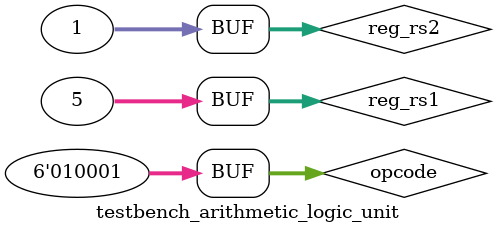
<source format=v>
module testbench_arithmetic_logic_unit();

wire[31:0] alu_out;
reg[31:0] reg_rs1,reg_rs2;
reg [5:0] opcode;

arithmetic_logic_unit alu(alu_out,reg_rs1,reg_rs2,opcode);

initial 
begin
opcode = 6'b1; reg_rs1 = 32'b01;  reg_rs2 = 32'b10; //add
#10 opcode = 6'b110; reg_rs1 = 32'b101;  reg_rs2= 32'b01; // sge
#10 opcode = 6'b1010; reg_rs1 = 32'b101; reg_rs2=32'b101; //seq
#10 opcode =  6'b10001; reg_rs1 = 32'b101; reg_rs2 = 32'b1; //sli
end

endmodule

</source>
